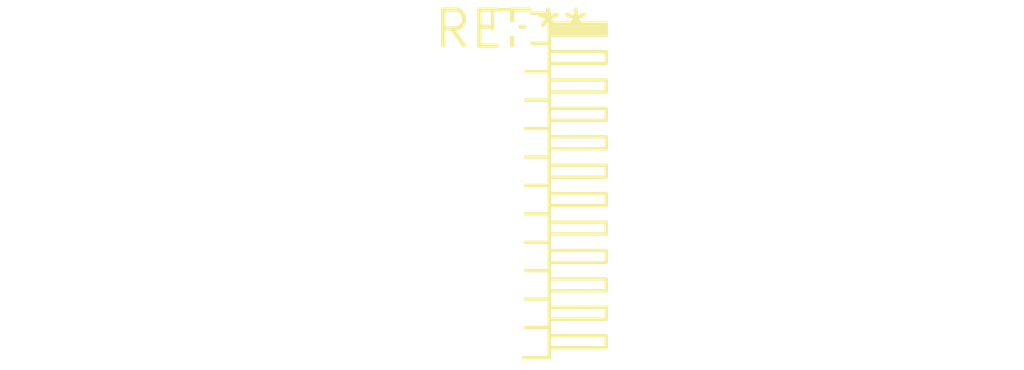
<source format=kicad_pcb>
(kicad_pcb (version 20240108) (generator pcbnew)
  (layers (0 "F.Cu" signal) (31 "B.Cu" signal) (34 "B.Paste" user) (35 "F.Paste" user) (36 "B.SilkS" user "B.Silkscreen") (37 "F.SilkS" user "F.Silkscreen") (38 "B.Mask" user) (39 "F.Mask" user) (44 "Edge.Cuts" user))
  (net 0 "")
  (footprint "PinHeader_1x12_P1.00mm_Horizontal" (layer "F.Cu") (at 0 0)
    (property "Reference" "REF**")
    (property "Value" "PinHeader_1x12_P1.00mm_Horizontal")
    (fp_line (start -0.685 -0.685) (end 0 -0.685) (layer "F.SilkS") (stroke (width 0.12)))
    (fp_line (start -0.685 0) (end -0.685 -0.685) (layer "F.SilkS") (stroke (width 0.12)))
    (fp_line (start 0.468215 1.5) (end 1.31 1.5) (layer "F.SilkS") (stroke (width 0.12)))
    (fp_line (start 0.468215 2.5) (end 1.31 2.5) (layer "F.SilkS") (stroke (width 0.12)))
    (fp_line (start 0.468215 3.5) (end 1.31 3.5) (layer "F.SilkS") (stroke (width 0.12)))
    (fp_line (start 0.468215 4.5) (end 1.31 4.5) (layer "F.SilkS") (stroke (width 0.12)))
    (fp_line (start 0.468215 5.5) (end 1.31 5.5) (layer "F.SilkS") (stroke (width 0.12)))
    (fp_line (start 0.468215 6.5) (end 1.31 6.5) (layer "F.SilkS") (stroke (width 0.12)))
    (fp_line (start 0.468215 7.5) (end 1.31 7.5) (layer "F.SilkS") (stroke (width 0.12)))
    (fp_line (start 0.468215 8.5) (end 1.31 8.5) (layer "F.SilkS") (stroke (width 0.12)))
    (fp_line (start 0.468215 9.5) (end 1.31 9.5) (layer "F.SilkS") (stroke (width 0.12)))
    (fp_line (start 0.468215 10.5) (end 1.31 10.5) (layer "F.SilkS") (stroke (width 0.12)))
    (fp_line (start 0.685 -0.56) (end 1.31 -0.56) (layer "F.SilkS") (stroke (width 0.12)))
    (fp_line (start 0.685 0.5) (end 1.31 0.5) (layer "F.SilkS") (stroke (width 0.12)))
    (fp_line (start 1.31 -0.56) (end 1.31 11.56) (layer "F.SilkS") (stroke (width 0.12)))
    (fp_line (start 1.31 -0.21) (end 3.31 -0.21) (layer "F.SilkS") (stroke (width 0.12)))
    (fp_line (start 1.31 -0.15) (end 3.31 -0.15) (layer "F.SilkS") (stroke (width 0.12)))
    (fp_line (start 1.31 -0.03) (end 3.31 -0.03) (layer "F.SilkS") (stroke (width 0.12)))
    (fp_line (start 1.31 0.09) (end 3.31 0.09) (layer "F.SilkS") (stroke (width 0.12)))
    (fp_line (start 1.31 0.79) (end 3.31 0.79) (layer "F.SilkS") (stroke (width 0.12)))
    (fp_line (start 1.31 1.79) (end 3.31 1.79) (layer "F.SilkS") (stroke (width 0.12)))
    (fp_line (start 1.31 2.79) (end 3.31 2.79) (layer "F.SilkS") (stroke (width 0.12)))
    (fp_line (start 1.31 3.79) (end 3.31 3.79) (layer "F.SilkS") (stroke (width 0.12)))
    (fp_line (start 1.31 4.79) (end 3.31 4.79) (layer "F.SilkS") (stroke (width 0.12)))
    (fp_line (start 1.31 5.79) (end 3.31 5.79) (layer "F.SilkS") (stroke (width 0.12)))
    (fp_line (start 1.31 6.79) (end 3.31 6.79) (layer "F.SilkS") (stroke (width 0.12)))
    (fp_line (start 1.31 7.79) (end 3.31 7.79) (layer "F.SilkS") (stroke (width 0.12)))
    (fp_line (start 1.31 8.79) (end 3.31 8.79) (layer "F.SilkS") (stroke (width 0.12)))
    (fp_line (start 1.31 9.79) (end 3.31 9.79) (layer "F.SilkS") (stroke (width 0.12)))
    (fp_line (start 1.31 10.79) (end 3.31 10.79) (layer "F.SilkS") (stroke (width 0.12)))
    (fp_line (start 1.31 11.56) (end 0.394493 11.56) (layer "F.SilkS") (stroke (width 0.12)))
    (fp_line (start 3.31 -0.21) (end 3.31 0.21) (layer "F.SilkS") (stroke (width 0.12)))
    (fp_line (start 3.31 0.21) (end 1.31 0.21) (layer "F.SilkS") (stroke (width 0.12)))
    (fp_line (start 3.31 0.79) (end 3.31 1.21) (layer "F.SilkS") (stroke (width 0.12)))
    (fp_line (start 3.31 1.21) (end 1.31 1.21) (layer "F.SilkS") (stroke (width 0.12)))
    (fp_line (start 3.31 1.79) (end 3.31 2.21) (layer "F.SilkS") (stroke (width 0.12)))
    (fp_line (start 3.31 2.21) (end 1.31 2.21) (layer "F.SilkS") (stroke (width 0.12)))
    (fp_line (start 3.31 2.79) (end 3.31 3.21) (layer "F.SilkS") (stroke (width 0.12)))
    (fp_line (start 3.31 3.21) (end 1.31 3.21) (layer "F.SilkS") (stroke (width 0.12)))
    (fp_line (start 3.31 3.79) (end 3.31 4.21) (layer "F.SilkS") (stroke (width 0.12)))
    (fp_line (start 3.31 4.21) (end 1.31 4.21) (layer "F.SilkS") (stroke (width 0.12)))
    (fp_line (start 3.31 4.79) (end 3.31 5.21) (layer "F.SilkS") (stroke (width 0.12)))
    (fp_line (start 3.31 5.21) (end 1.31 5.21) (layer "F.SilkS") (stroke (width 0.12)))
    (fp_line (start 3.31 5.79) (end 3.31 6.21) (layer "F.SilkS") (stroke (width 0.12)))
    (fp_line (start 3.31 6.21) (end 1.31 6.21) (layer "F.SilkS") (stroke (width 0.12)))
    (fp_line (start 3.31 6.79) (end 3.31 7.21) (layer "F.SilkS") (stroke (width 0.12)))
    (fp_line (start 3.31 7.21) (end 1.31 7.21) (layer "F.SilkS") (stroke (width 0.12)))
    (fp_line (start 3.31 7.79) (end 3.31 8.21) (layer "F.SilkS") (stroke (width 0.12)))
    (fp_line (start 3.31 8.21) (end 1.31 8.21) (layer "F.SilkS") (stroke (width 0.12)))
    (fp_line (start 3.31 8.79) (end 3.31 9.21) (layer "F.SilkS") (stroke (width 0.12)))
    (fp_line (start 3.31 9.21) (end 1.31 9.21) (layer "F.SilkS") (stroke (width 0.12)))
    (fp_line (start 3.31 9.79) (end 3.31 10.21) (layer "F.SilkS") (stroke (width 0.12)))
    (fp_line (start 3.31 10.21) (end 1.31 10.21) (layer "F.SilkS") (stroke (width 0.12)))
    (fp_line (start 3.31 10.79) (end 3.31 11.21) (layer "F.SilkS") (stroke (width 0.12)))
    (fp_line (start 3.31 11.21) (end 1.31 11.21) (layer "F.SilkS") (stroke (width 0.12)))
    (pad "1" thru_hole rect (at 0 0) (size 0.85 0.85) (drill 0.5) (layers *.Cu *.Mask) (remove_unused_layers))
    (pad "2" thru_hole oval (at 0 1) (size 0.85 0.85) (drill 0.5) (layers *.Cu *.Mask) (remove_unused_layers))
    (pad "3" thru_hole oval (at 0 2) (size 0.85 0.85) (drill 0.5) (layers *.Cu *.Mask) (remove_unused_layers))
    (pad "4" thru_hole oval (at 0 3) (size 0.85 0.85) (drill 0.5) (layers *.Cu *.Mask) (remove_unused_layers))
    (pad "5" thru_hole oval (at 0 4) (size 0.85 0.85) (drill 0.5) (layers *.Cu *.Mask) (remove_unused_layers))
    (pad "6" thru_hole oval (at 0 5) (size 0.85 0.85) (drill 0.5) (layers *.Cu *.Mask) (remove_unused_layers))
    (pad "7" thru_hole oval (at 0 6) (size 0.85 0.85) (drill 0.5) (layers *.Cu *.Mask) (remove_unused_layers))
    (pad "8" thru_hole oval (at 0 7) (size 0.85 0.85) (drill 0.5) (layers *.Cu *.Mask) (remove_unused_layers))
    (pad "9" thru_hole oval (at 0 8) (size 0.85 0.85) (drill 0.5) (layers *.Cu *.Mask) (remove_unused_layers))
    (pad "10" thru_hole oval (at 0 9) (size 0.85 0.85) (drill 0.5) (layers *.Cu *.Mask) (remove_unused_layers))
    (pad "11" thru_hole oval (at 0 10) (size 0.85 0.85) (drill 0.5) (layers *.Cu *.Mask) (remove_unused_layers))
    (pad "12" thru_hole oval (at 0 11) (size 0.85 0.85) (drill 0.5) (layers *.Cu *.Mask) (remove_unused_layers))
  )
)
</source>
